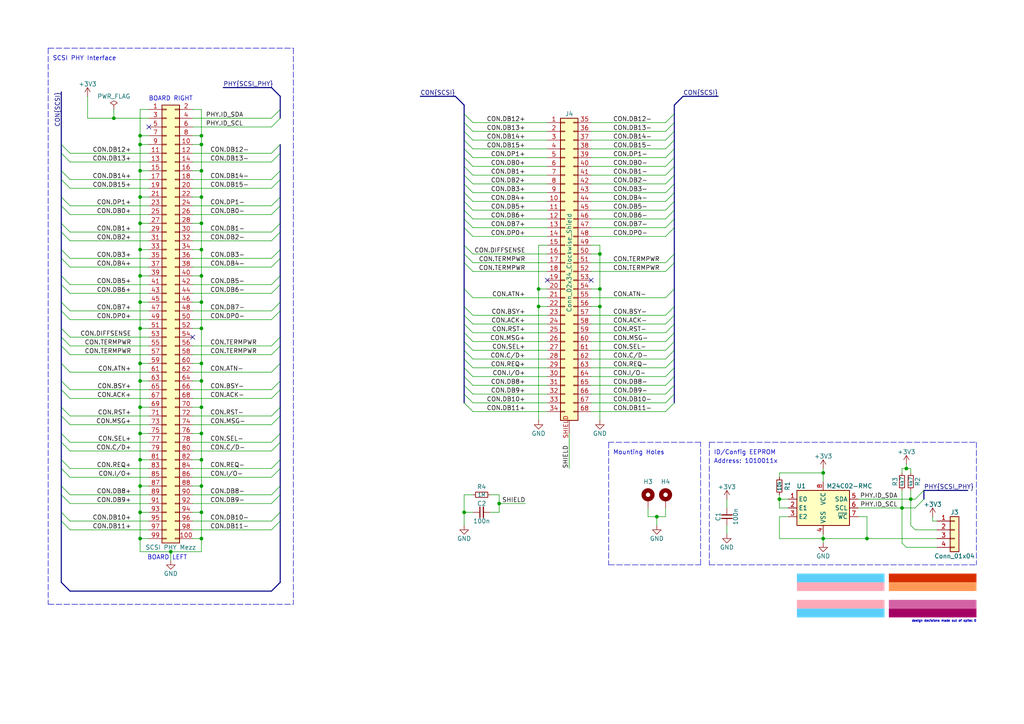
<source format=kicad_sch>
(kicad_sch (version 20231120) (generator "eeschema") (generator_version "8.0")
  (paper "A4")
  (title_block (title "Squishy -  ICD 50") (date "2024-08-22") (rev "1") (company "Shrine Maiden Heavy Industries") (comment 1 "License:  CERN-OHL-S") (comment 2 "© 2024 Aki 'lethalbit' Van Ness, et. al.") (comment 4 "Squishy - SCSI Multitool"))
  (bus_alias "SCSI" (members "DB0+" "DB0-" "DB1+" "DB1-" "DB2+" "DB2-" "DB3+" "DB3-" "DB4+" "DB4-" "DB5+" "DB5-" "DB6+" "DB6-" "DB7+" "DB7-" "DB8+" "DB8-" "DB9+" "DB9-" "DB10+" "DB10-" "DB11+" "DB11-" "DB12+" "DB12-" "DB13+" "DB13-" "DB14+" "DB14-" "DB15+" "DB15-" "DP0+" "DP0-" "DP1+" "DP1-" "ATN+" "ATN-" "BSY+" "BSY-" "ACK+" "ACK-" "RST+" "RST-" "MSG+" "MSG-" "SEL+" "SEL-" "C/D+" "C/D-" "REQ+" "REQ-" "I/O+" "I/O-" "DIFFSENSE" "TERMPWR"))
  (bus_alias "SCSI_PHY" (members "DB[0..15]" "DP[0..1]" "ATN" "BSY" "ACK" "RST" "MSG" "SEL" "C/D" "REQ" "I/O" "ID_SDA" "ID_SCL" "~{PHY_PRSNT}" "TERMPW_EN" "LS_CTRL[0..5]" "DBL_DIR" "DBH_DIR" "INIT_DIR" "TRGT_DIR" "SEL_DIR" "RST_DIR" "BSY_DIR"))
  (junction (at 40.64 87.63))
  (junction (at 40.64 41.91))
  (junction (at 226.06 144.78))
  (junction (at 40.64 133.35))
  (junction (at 58.42 80.01))
  (junction (at 238.76 137.16))
  (junction (at 58.42 64.77))
  (junction (at 58.42 118.11))
  (junction (at 40.64 110.49))
  (junction (at 40.64 148.59))
  (junction (at 156.21 83.82))
  (junction (at 58.42 41.91))
  (junction (at 58.42 133.35))
  (junction (at 40.64 95.25))
  (junction (at 190.5 149.86))
  (junction (at 173.99 83.82))
  (junction (at 261.62 147.32))
  (junction (at 173.99 73.66))
  (junction (at 144.78 146.05))
  (junction (at 58.42 125.73))
  (junction (at 40.64 64.77))
  (junction (at 58.42 87.63))
  (junction (at 40.64 39.37))
  (junction (at 156.21 88.9))
  (junction (at 40.64 156.21))
  (junction (at 58.42 140.97))
  (junction (at 58.42 49.53))
  (junction (at 262.89 135.89))
  (junction (at 58.42 72.39))
  (junction (at 264.16 144.78))
  (junction (at 40.64 140.97))
  (junction (at 40.64 72.39))
  (junction (at 58.42 39.37))
  (junction (at 58.42 110.49))
  (junction (at 40.64 118.11))
  (junction (at 134.62 148.59))
  (junction (at 40.64 57.15))
  (junction (at 251.46 156.21))
  (junction (at 58.42 105.41))
  (junction (at 238.76 156.21))
  (junction (at 58.42 57.15))
  (junction (at 58.42 148.59))
  (junction (at 49.53 160.02))
  (junction (at 40.64 80.01))
  (junction (at 173.99 88.9))
  (junction (at 40.64 125.73))
  (junction (at 58.42 156.21))
  (junction (at 33.02 34.29))
  (junction (at 58.42 95.25))
  (junction (at 40.64 49.53))
  (junction (at 40.64 105.41))
  (no_connect (at 55.88 97.79))
  (no_connect (at 158.75 81.28))
  (no_connect (at 171.45 81.28))
  (no_connect (at 43.18 36.83))
  (bus_entry (at 195.58 99.06) (size -2.54 2.54))
  (bus_entry (at 134.62 99.06) (size 2.54 2.54))
  (bus_entry (at 17.78 44.45) (size 2.54 2.54))
  (bus_entry (at 195.58 96.52) (size -2.54 2.54))
  (bus_entry (at 81.28 82.55) (size -2.54 2.54))
  (bus_entry (at 134.62 66.04) (size 2.54 2.54))
  (bus_entry (at 134.62 60.96) (size 2.54 2.54))
  (bus_entry (at 17.78 135.89) (size 2.54 2.54))
  (bus_entry (at 81.28 80.01) (size -2.54 2.54))
  (bus_entry (at 195.58 76.2) (size -2.54 2.54))
  (bus_entry (at 17.78 74.93) (size 2.54 2.54))
  (bus_entry (at 195.58 66.04) (size -2.54 2.54))
  (bus_entry (at 81.28 100.33) (size -2.54 2.54))
  (bus_entry (at 195.58 53.34) (size -2.54 2.54))
  (bus_entry (at 134.62 106.68) (size 2.54 2.54))
  (bus_entry (at 81.28 64.77) (size -2.54 2.54))
  (bus_entry (at 81.28 135.89) (size -2.54 2.54))
  (bus_entry (at 17.78 95.25) (size 2.54 2.54))
  (bus_entry (at 195.58 83.82) (size -2.54 2.54))
  (bus_entry (at 195.58 73.66) (size -2.54 2.54))
  (bus_entry (at 267.97 144.78) (size -2.54 2.54))
  (bus_entry (at 134.62 71.12) (size 2.54 2.54))
  (bus_entry (at 81.28 97.79) (size -2.54 2.54))
  (bus_entry (at 134.62 88.9) (size 2.54 2.54))
  (bus_entry (at 134.62 58.42) (size 2.54 2.54))
  (bus_entry (at 81.28 128.27) (size -2.54 2.54))
  (bus_entry (at 81.28 118.11) (size -2.54 2.54))
  (bus_entry (at 195.58 114.3) (size -2.54 2.54))
  (bus_entry (at 17.78 125.73) (size 2.54 2.54))
  (bus_entry (at 81.28 110.49) (size -2.54 2.54))
  (bus_entry (at 134.62 111.76) (size 2.54 2.54))
  (bus_entry (at 81.28 143.51) (size -2.54 2.54))
  (bus_entry (at 134.62 83.82) (size 2.54 2.54))
  (bus_entry (at 195.58 50.8) (size -2.54 2.54))
  (bus_entry (at 17.78 140.97) (size 2.54 2.54))
  (bus_entry (at 17.78 49.53) (size 2.54 2.54))
  (bus_entry (at 195.58 91.44) (size -2.54 2.54))
  (bus_entry (at 134.62 91.44) (size 2.54 2.54))
  (bus_entry (at 134.62 116.84) (size 2.54 2.54))
  (bus_entry (at 195.58 35.56) (size -2.54 2.54))
  (bus_entry (at 134.62 40.64) (size 2.54 2.54))
  (bus_entry (at 81.28 125.73) (size -2.54 2.54))
  (bus_entry (at 17.78 118.11) (size 2.54 2.54))
  (bus_entry (at 17.78 64.77) (size 2.54 2.54))
  (bus_entry (at 134.62 96.52) (size 2.54 2.54))
  (bus_entry (at 81.28 52.07) (size -2.54 2.54))
  (bus_entry (at 81.28 74.93) (size -2.54 2.54))
  (bus_entry (at 134.62 35.56) (size 2.54 2.54))
  (bus_entry (at 81.28 90.17) (size -2.54 2.54))
  (bus_entry (at 17.78 87.63) (size 2.54 2.54))
  (bus_entry (at 81.28 87.63) (size -2.54 2.54))
  (bus_entry (at 17.78 82.55) (size 2.54 2.54))
  (bus_entry (at 195.58 104.14) (size -2.54 2.54))
  (bus_entry (at 134.62 53.34) (size 2.54 2.54))
  (bus_entry (at 17.78 148.59) (size 2.54 2.54))
  (bus_entry (at 17.78 57.15) (size 2.54 2.54))
  (bus_entry (at 195.58 106.68) (size -2.54 2.54))
  (bus_entry (at 17.78 59.69) (size 2.54 2.54))
  (bus_entry (at 195.58 116.84) (size -2.54 2.54))
  (bus_entry (at 81.28 44.45) (size -2.54 2.54))
  (bus_entry (at 134.62 73.66) (size 2.54 2.54))
  (bus_entry (at 134.62 93.98) (size 2.54 2.54))
  (bus_entry (at 195.58 45.72) (size -2.54 2.54))
  (bus_entry (at 134.62 101.6) (size 2.54 2.54))
  (bus_entry (at 267.97 142.24) (size -2.54 2.54))
  (bus_entry (at 17.78 90.17) (size 2.54 2.54))
  (bus_entry (at 81.28 59.69) (size -2.54 2.54))
  (bus_entry (at 17.78 113.03) (size 2.54 2.54))
  (bus_entry (at 195.58 38.1) (size -2.54 2.54))
  (bus_entry (at 195.58 33.02) (size -2.54 2.54))
  (bus_entry (at 17.78 105.41) (size 2.54 2.54))
  (bus_entry (at 81.28 113.03) (size -2.54 2.54))
  (bus_entry (at 17.78 52.07) (size 2.54 2.54))
  (bus_entry (at 134.62 43.18) (size 2.54 2.54))
  (bus_entry (at 17.78 110.49) (size 2.54 2.54))
  (bus_entry (at 134.62 38.1) (size 2.54 2.54))
  (bus_entry (at 17.78 72.39) (size 2.54 2.54))
  (bus_entry (at 195.58 88.9) (size -2.54 2.54))
  (bus_entry (at 195.58 58.42) (size -2.54 2.54))
  (bus_entry (at 81.28 120.65) (size -2.54 2.54))
  (bus_entry (at 81.28 34.29) (size -2.54 2.54))
  (bus_entry (at 81.28 57.15) (size -2.54 2.54))
  (bus_entry (at 195.58 111.76) (size -2.54 2.54))
  (bus_entry (at 17.78 80.01) (size 2.54 2.54))
  (bus_entry (at 17.78 41.91) (size 2.54 2.54))
  (bus_entry (at 134.62 104.14) (size 2.54 2.54))
  (bus_entry (at 81.28 41.91) (size -2.54 2.54))
  (bus_entry (at 17.78 151.13) (size 2.54 2.54))
  (bus_entry (at 195.58 43.18) (size -2.54 2.54))
  (bus_entry (at 81.28 31.75) (size -2.54 2.54))
  (bus_entry (at 81.28 151.13) (size -2.54 2.54))
  (bus_entry (at 81.28 72.39) (size -2.54 2.54))
  (bus_entry (at 134.62 63.5) (size 2.54 2.54))
  (bus_entry (at 134.62 114.3) (size 2.54 2.54))
  (bus_entry (at 81.28 148.59) (size -2.54 2.54))
  (bus_entry (at 17.78 97.79) (size 2.54 2.54))
  (bus_entry (at 195.58 101.6) (size -2.54 2.54))
  (bus_entry (at 17.78 100.33) (size 2.54 2.54))
  (bus_entry (at 134.62 48.26) (size 2.54 2.54))
  (bus_entry (at 81.28 49.53) (size -2.54 2.54))
  (bus_entry (at 195.58 109.22) (size -2.54 2.54))
  (bus_entry (at 134.62 50.8) (size 2.54 2.54))
  (bus_entry (at 134.62 76.2) (size 2.54 2.54))
  (bus_entry (at 17.78 120.65) (size 2.54 2.54))
  (bus_entry (at 195.58 48.26) (size -2.54 2.54))
  (bus_entry (at 195.58 60.96) (size -2.54 2.54))
  (bus_entry (at 17.78 67.31) (size 2.54 2.54))
  (bus_entry (at 17.78 128.27) (size 2.54 2.54))
  (bus_entry (at 17.78 133.35) (size 2.54 2.54))
  (bus_entry (at 81.28 105.41) (size -2.54 2.54))
  (bus_entry (at 134.62 45.72) (size 2.54 2.54))
  (bus_entry (at 81.28 67.31) (size -2.54 2.54))
  (bus_entry (at 81.28 140.97) (size -2.54 2.54))
  (bus_entry (at 134.62 55.88) (size 2.54 2.54))
  (bus_entry (at 17.78 143.51) (size 2.54 2.54))
  (bus_entry (at 195.58 93.98) (size -2.54 2.54))
  (bus_entry (at 195.58 55.88) (size -2.54 2.54))
  (bus_entry (at 134.62 109.22) (size 2.54 2.54))
  (bus_entry (at 195.58 63.5) (size -2.54 2.54))
  (bus_entry (at 195.58 40.64) (size -2.54 2.54))
  (bus_entry (at 134.62 33.02) (size 2.54 2.54))
  (bus_entry (at 81.28 133.35) (size -2.54 2.54))
  (bus (pts (xy 195.58 55.88) (xy 195.58 58.42)))
  (bus (pts (xy 195.58 99.06) (xy 195.58 101.6)))
  (wire (pts (xy 20.32 92.71) (xy 43.18 92.71)))
  (wire (pts (xy 20.32 67.31) (xy 43.18 67.31)))
  (bus (pts (xy 195.58 33.02) (xy 195.58 35.56)))
  (wire (pts (xy 20.32 146.05) (xy 43.18 146.05)))
  (wire (pts (xy 55.88 156.21) (xy 58.42 156.21)))
  (wire (pts (xy 137.16 68.58) (xy 158.75 68.58)))
  (wire (pts (xy 137.16 111.76) (xy 158.75 111.76)))
  (wire (pts (xy 20.32 97.79) (xy 43.18 97.79)))
  (wire (pts (xy 55.88 31.75) (xy 58.42 31.75)))
  (bus (pts (xy 195.58 104.14) (xy 195.58 106.68)))
  (wire (pts (xy 78.74 115.57) (xy 55.88 115.57)))
  (wire (pts (xy 78.74 102.87) (xy 55.88 102.87)))
  (wire (pts (xy 55.88 57.15) (xy 58.42 57.15)))
  (bus (pts (xy 81.28 120.65) (xy 81.28 125.73)))
  (bus (pts (xy 134.62 38.1) (xy 134.62 40.64)))
  (wire (pts (xy 20.32 123.19) (xy 43.18 123.19)))
  (wire (pts (xy 58.42 87.63) (xy 58.42 95.25)))
  (wire (pts (xy 134.62 148.59) (xy 137.16 148.59)))
  (wire (pts (xy 137.16 53.34) (xy 158.75 53.34)))
  (wire (pts (xy 137.16 45.72) (xy 158.75 45.72)))
  (bus (pts (xy 81.28 82.55) (xy 81.28 87.63)))
  (wire (pts (xy 78.74 74.93) (xy 55.88 74.93)))
  (polyline (pts (xy 176.53 128.27) (xy 176.53 163.83)) (stroke (width 0) (type dash)))
  (bus (pts (xy 17.78 95.25) (xy 17.78 97.79)))
  (wire (pts (xy 226.06 143.51) (xy 226.06 144.78)))
  (wire (pts (xy 171.45 63.5) (xy 193.04 63.5)))
  (bus (pts (xy 134.62 109.22) (xy 134.62 111.76)))
  (bus (pts (xy 81.28 97.79) (xy 81.28 100.33)))
  (wire (pts (xy 134.62 143.51) (xy 137.16 143.51)))
  (wire (pts (xy 20.32 62.23) (xy 43.18 62.23)))
  (wire (pts (xy 251.46 149.86) (xy 251.46 156.21)))
  (wire (pts (xy 264.16 142.24) (xy 264.16 144.78)))
  (wire (pts (xy 55.88 110.49) (xy 58.42 110.49)))
  (wire (pts (xy 49.53 160.02) (xy 49.53 162.56)))
  (wire (pts (xy 55.88 41.91) (xy 58.42 41.91)))
  (wire (pts (xy 156.21 83.82) (xy 156.21 88.9)))
  (wire (pts (xy 78.74 113.03) (xy 55.88 113.03)))
  (wire (pts (xy 78.74 153.67) (xy 55.88 153.67)))
  (wire (pts (xy 78.74 62.23) (xy 55.88 62.23)))
  (bus (pts (xy 195.58 96.52) (xy 195.58 99.06)))
  (wire (pts (xy 137.16 43.18) (xy 158.75 43.18)))
  (wire (pts (xy 25.4 27.94) (xy 25.4 34.29)))
  (wire (pts (xy 43.18 57.15) (xy 40.64 57.15)))
  (bus (pts (xy 81.28 100.33) (xy 81.28 105.41)))
  (bus (pts (xy 20.32 171.45) (xy 78.74 171.45)))
  (bus (pts (xy 195.58 48.26) (xy 195.58 50.8)))
  (bus (pts (xy 17.78 133.35) (xy 17.78 135.89)))
  (wire (pts (xy 33.02 34.29) (xy 43.18 34.29)))
  (bus (pts (xy 81.28 118.11) (xy 81.28 120.65)))
  (wire (pts (xy 40.64 64.77) (xy 40.64 72.39)))
  (wire (pts (xy 270.51 151.13) (xy 271.78 151.13)))
  (wire (pts (xy 270.51 149.86) (xy 270.51 151.13)))
  (wire (pts (xy 20.32 69.85) (xy 43.18 69.85)))
  (wire (pts (xy 58.42 41.91) (xy 58.42 49.53)))
  (wire (pts (xy 171.45 101.6) (xy 193.04 101.6)))
  (wire (pts (xy 171.45 38.1) (xy 193.04 38.1)))
  (bus (pts (xy 134.62 73.66) (xy 134.62 76.2)))
  (wire (pts (xy 78.74 67.31) (xy 55.88 67.31)))
  (bus (pts (xy 17.78 120.65) (xy 17.78 125.73)))
  (bus (pts (xy 81.28 128.27) (xy 81.28 133.35)))
  (wire (pts (xy 171.45 45.72) (xy 193.04 45.72)))
  (wire (pts (xy 40.64 49.53) (xy 40.64 57.15)))
  (wire (pts (xy 171.45 109.22) (xy 193.04 109.22)))
  (bus (pts (xy 81.28 64.77) (xy 81.28 67.31)))
  (wire (pts (xy 265.43 153.67) (xy 264.16 152.4)))
  (wire (pts (xy 171.45 50.8) (xy 193.04 50.8)))
  (bus (pts (xy 134.62 99.06) (xy 134.62 101.6)))
  (wire (pts (xy 171.45 66.04) (xy 193.04 66.04)))
  (wire (pts (xy 193.04 76.2) (xy 171.45 76.2)))
  (wire (pts (xy 40.64 160.02) (xy 49.53 160.02)))
  (wire (pts (xy 20.32 77.47) (xy 43.18 77.47)))
  (wire (pts (xy 40.64 72.39) (xy 40.64 80.01)))
  (bus (pts (xy 81.28 59.69) (xy 81.28 64.77)))
  (wire (pts (xy 171.45 71.12) (xy 173.99 71.12)))
  (bus (pts (xy 81.28 49.53) (xy 81.28 52.07)))
  (wire (pts (xy 171.45 68.58) (xy 193.04 68.58)))
  (wire (pts (xy 25.4 34.29) (xy 33.02 34.29)))
  (wire (pts (xy 137.16 104.14) (xy 158.75 104.14)))
  (wire (pts (xy 58.42 80.01) (xy 58.42 87.63)))
  (wire (pts (xy 43.18 95.25) (xy 40.64 95.25)))
  (bus (pts (xy 134.62 76.2) (xy 134.62 83.82)))
  (wire (pts (xy 137.16 50.8) (xy 158.75 50.8)))
  (wire (pts (xy 171.45 99.06) (xy 193.04 99.06)))
  (bus (pts (xy 134.62 35.56) (xy 134.62 38.1)))
  (wire (pts (xy 137.16 106.68) (xy 158.75 106.68)))
  (bus (pts (xy 17.78 105.41) (xy 17.78 110.49)))
  (bus (pts (xy 81.28 27.94) (xy 81.28 31.75)))
  (wire (pts (xy 226.06 149.86) (xy 226.06 156.21)))
  (wire (pts (xy 78.74 77.47) (xy 55.88 77.47)))
  (wire (pts (xy 78.74 85.09) (xy 55.88 85.09)))
  (wire (pts (xy 40.64 41.91) (xy 40.64 49.53)))
  (bus (pts (xy 17.78 118.11) (xy 17.78 120.65)))
  (wire (pts (xy 171.45 35.56) (xy 193.04 35.56)))
  (wire (pts (xy 78.74 90.17) (xy 55.88 90.17)))
  (wire (pts (xy 33.02 31.75) (xy 33.02 34.29)))
  (bus (pts (xy 17.78 110.49) (xy 17.78 113.03)))
  (wire (pts (xy 262.89 135.89) (xy 264.16 135.89)))
  (wire (pts (xy 55.88 87.63) (xy 58.42 87.63)))
  (wire (pts (xy 55.88 125.73) (xy 58.42 125.73)))
  (bus (pts (xy 81.28 31.75) (xy 81.28 34.29)))
  (wire (pts (xy 137.16 48.26) (xy 158.75 48.26)))
  (wire (pts (xy 187.96 147.32) (xy 187.96 149.86)))
  (wire (pts (xy 226.06 144.78) (xy 228.6 144.78)))
  (wire (pts (xy 173.99 88.9) (xy 173.99 121.92)))
  (wire (pts (xy 55.88 72.39) (xy 58.42 72.39)))
  (bus (pts (xy 195.58 114.3) (xy 195.58 116.84)))
  (bus (pts (xy 134.62 88.9) (xy 134.62 91.44)))
  (bus (pts (xy 267.97 142.24) (xy 280.67 142.24)))
  (wire (pts (xy 262.89 134.62) (xy 262.89 135.89)))
  (wire (pts (xy 58.42 49.53) (xy 58.42 57.15)))
  (wire (pts (xy 251.46 156.21) (xy 271.78 156.21)))
  (wire (pts (xy 43.18 64.77) (xy 40.64 64.77)))
  (bus (pts (xy 17.78 135.89) (xy 17.78 140.97)))
  (wire (pts (xy 271.78 153.67) (xy 265.43 153.67)))
  (bus (pts (xy 121.92 27.94) (xy 132.08 27.94)))
  (wire (pts (xy 78.74 120.65) (xy 55.88 120.65)))
  (wire (pts (xy 171.45 116.84) (xy 193.04 116.84)))
  (wire (pts (xy 193.04 78.74) (xy 171.45 78.74)))
  (wire (pts (xy 58.42 95.25) (xy 58.42 105.41)))
  (polyline (pts (xy 13.97 13.97) (xy 13.97 175.26)) (stroke (width 0) (type dash)))
  (wire (pts (xy 137.16 60.96) (xy 158.75 60.96)))
  (wire (pts (xy 43.18 110.49) (xy 40.64 110.49)))
  (wire (pts (xy 78.74 128.27) (xy 55.88 128.27)))
  (bus (pts (xy 195.58 93.98) (xy 195.58 96.52)))
  (bus (pts (xy 81.28 80.01) (xy 81.28 82.55)))
  (wire (pts (xy 58.42 156.21) (xy 58.42 160.02)))
  (wire (pts (xy 171.45 43.18) (xy 193.04 43.18)))
  (polyline (pts (xy 85.09 13.97) (xy 85.09 175.26)) (stroke (width 0) (type dash)))
  (bus (pts (xy 17.78 49.53) (xy 17.78 52.07)))
  (wire (pts (xy 55.88 118.11) (xy 58.42 118.11)))
  (wire (pts (xy 78.74 46.99) (xy 55.88 46.99)))
  (wire (pts (xy 171.45 48.26) (xy 193.04 48.26)))
  (wire (pts (xy 40.64 110.49) (xy 40.64 118.11)))
  (wire (pts (xy 20.32 128.27) (xy 43.18 128.27)))
  (wire (pts (xy 55.88 36.83) (xy 78.74 36.83)))
  (bus (pts (xy 134.62 58.42) (xy 134.62 60.96)))
  (wire (pts (xy 171.45 55.88) (xy 193.04 55.88)))
  (wire (pts (xy 137.16 86.36) (xy 158.75 86.36)))
  (wire (pts (xy 20.32 113.03) (xy 43.18 113.03)))
  (wire (pts (xy 142.24 148.59) (xy 144.78 148.59)))
  (wire (pts (xy 55.88 105.41) (xy 58.42 105.41)))
  (wire (pts (xy 171.45 114.3) (xy 193.04 114.3)))
  (wire (pts (xy 137.16 114.3) (xy 158.75 114.3)))
  (wire (pts (xy 55.88 39.37) (xy 58.42 39.37)))
  (wire (pts (xy 134.62 148.59) (xy 134.62 152.4)))
  (bus (pts (xy 134.62 91.44) (xy 134.62 93.98)))
  (wire (pts (xy 171.45 53.34) (xy 193.04 53.34)))
  (wire (pts (xy 40.64 133.35) (xy 40.64 140.97)))
  (wire (pts (xy 137.16 73.66) (xy 158.75 73.66)))
  (wire (pts (xy 55.88 80.01) (xy 58.42 80.01)))
  (bus (pts (xy 195.58 76.2) (xy 195.58 83.82)))
  (wire (pts (xy 20.32 85.09) (xy 43.18 85.09)))
  (wire (pts (xy 173.99 83.82) (xy 173.99 88.9)))
  (wire (pts (xy 261.62 147.32) (xy 265.43 147.32)))
  (wire (pts (xy 58.42 140.97) (xy 58.42 148.59)))
  (wire (pts (xy 43.18 72.39) (xy 40.64 72.39)))
  (wire (pts (xy 171.45 73.66) (xy 173.99 73.66)))
  (bus (pts (xy 134.62 106.68) (xy 134.62 109.22)))
  (wire (pts (xy 40.64 31.75) (xy 40.64 39.37)))
  (bus (pts (xy 81.28 67.31) (xy 81.28 72.39)))
  (polyline (pts (xy 203.2 163.83) (xy 203.2 128.27)) (stroke (width 0) (type dash)))
  (wire (pts (xy 156.21 83.82) (xy 158.75 83.82)))
  (wire (pts (xy 156.21 88.9) (xy 158.75 88.9)))
  (bus (pts (xy 134.62 114.3) (xy 134.62 116.84)))
  (bus (pts (xy 134.62 111.76) (xy 134.62 114.3)))
  (wire (pts (xy 43.18 125.73) (xy 40.64 125.73)))
  (wire (pts (xy 137.16 101.6) (xy 158.75 101.6)))
  (bus (pts (xy 134.62 53.34) (xy 134.62 55.88)))
  (wire (pts (xy 137.16 66.04) (xy 158.75 66.04)))
  (wire (pts (xy 137.16 96.52) (xy 158.75 96.52)))
  (wire (pts (xy 55.88 133.35) (xy 58.42 133.35)))
  (bus (pts (xy 17.78 140.97) (xy 17.78 143.51)))
  (bus (pts (xy 17.78 148.59) (xy 17.78 151.13)))
  (wire (pts (xy 171.45 40.64) (xy 193.04 40.64)))
  (bus (pts (xy 81.28 135.89) (xy 81.28 140.97)))
  (wire (pts (xy 20.32 120.65) (xy 43.18 120.65)))
  (bus (pts (xy 195.58 50.8) (xy 195.58 53.34)))
  (wire (pts (xy 137.16 93.98) (xy 158.75 93.98)))
  (bus (pts (xy 195.58 66.04) (xy 195.58 73.66)))
  (wire (pts (xy 55.88 148.59) (xy 58.42 148.59)))
  (wire (pts (xy 210.82 152.4) (xy 210.82 154.94)))
  (polyline (pts (xy 205.74 163.83) (xy 283.21 163.83)) (stroke (width 0) (type dash)))
  (polyline (pts (xy 13.97 175.26) (xy 85.09 175.26)) (stroke (width 0) (type dash)))
  (bus (pts (xy 195.58 109.22) (xy 195.58 111.76)))
  (wire (pts (xy 171.45 96.52) (xy 193.04 96.52)))
  (bus (pts (xy 17.78 168.91) (xy 20.32 171.45)))
  (polyline (pts (xy 176.53 163.83) (xy 203.2 163.83)) (stroke (width 0) (type dash)))
  (wire (pts (xy 171.45 86.36) (xy 193.04 86.36)))
  (bus (pts (xy 134.62 30.48) (xy 134.62 33.02)))
  (wire (pts (xy 171.45 93.98) (xy 193.04 93.98)))
  (polyline (pts (xy 13.97 13.97) (xy 85.09 13.97)) (stroke (width 0) (type dash)))
  (wire (pts (xy 20.32 153.67) (xy 43.18 153.67)))
  (bus (pts (xy 134.62 83.82) (xy 134.62 88.9)))
  (bus (pts (xy 17.78 64.77) (xy 17.78 67.31)))
  (polyline (pts (xy 205.74 128.27) (xy 283.21 128.27)) (stroke (width 0) (type dash)))
  (wire (pts (xy 43.18 80.01) (xy 40.64 80.01)))
  (wire (pts (xy 20.32 135.89) (xy 43.18 135.89)))
  (wire (pts (xy 226.06 156.21) (xy 238.76 156.21)))
  (wire (pts (xy 78.74 138.43) (xy 55.88 138.43)))
  (bus (pts (xy 17.78 100.33) (xy 17.78 105.41)))
  (bus (pts (xy 17.78 72.39) (xy 17.78 74.93)))
  (wire (pts (xy 271.78 158.75) (xy 262.89 158.75)))
  (wire (pts (xy 261.62 135.89) (xy 261.62 137.16)))
  (bus (pts (xy 195.58 91.44) (xy 195.58 93.98)))
  (wire (pts (xy 20.32 100.33) (xy 43.18 100.33)))
  (bus (pts (xy 81.28 72.39) (xy 81.28 74.93)))
  (bus (pts (xy 17.78 82.55) (xy 17.78 87.63)))
  (bus (pts (xy 17.78 44.45) (xy 17.78 49.53)))
  (wire (pts (xy 171.45 83.82) (xy 173.99 83.82)))
  (bus (pts (xy 17.78 90.17) (xy 17.78 95.25)))
  (bus (pts (xy 17.78 52.07) (xy 17.78 57.15)))
  (bus (pts (xy 267.97 144.78) (xy 267.97 142.24)))
  (bus (pts (xy 81.28 87.63) (xy 81.28 90.17)))
  (wire (pts (xy 55.88 34.29) (xy 78.74 34.29)))
  (wire (pts (xy 134.62 143.51) (xy 134.62 148.59)))
  (bus (pts (xy 17.78 97.79) (xy 17.78 100.33)))
  (wire (pts (xy 40.64 80.01) (xy 40.64 87.63)))
  (bus (pts (xy 81.28 41.91) (xy 81.28 44.45)))
  (bus (pts (xy 17.78 87.63) (xy 17.78 90.17)))
  (bus (pts (xy 134.62 66.04) (xy 134.62 71.12)))
  (wire (pts (xy 137.16 78.74) (xy 158.75 78.74)))
  (wire (pts (xy 137.16 63.5) (xy 158.75 63.5)))
  (bus (pts (xy 78.74 171.45) (xy 81.28 168.91)))
  (bus (pts (xy 134.62 43.18) (xy 134.62 45.72)))
  (bus (pts (xy 81.28 57.15) (xy 81.28 59.69)))
  (bus (pts (xy 134.62 104.14) (xy 134.62 106.68)))
  (wire (pts (xy 171.45 104.14) (xy 193.04 104.14)))
  (bus (pts (xy 195.58 38.1) (xy 195.58 40.64)))
  (bus (pts (xy 17.78 113.03) (xy 17.78 118.11)))
  (wire (pts (xy 78.74 92.71) (xy 55.88 92.71)))
  (wire (pts (xy 142.24 143.51) (xy 144.78 143.51)))
  (wire (pts (xy 58.42 57.15) (xy 58.42 64.77)))
  (wire (pts (xy 55.88 140.97) (xy 58.42 140.97)))
  (bus (pts (xy 78.74 25.4) (xy 81.28 27.94)))
  (wire (pts (xy 171.45 111.76) (xy 193.04 111.76)))
  (wire (pts (xy 58.42 31.75) (xy 58.42 39.37)))
  (bus (pts (xy 81.28 90.17) (xy 81.28 97.79)))
  (bus (pts (xy 134.62 60.96) (xy 134.62 63.5)))
  (wire (pts (xy 20.32 138.43) (xy 43.18 138.43)))
  (wire (pts (xy 173.99 71.12) (xy 173.99 73.66)))
  (wire (pts (xy 137.16 116.84) (xy 158.75 116.84)))
  (wire (pts (xy 20.32 82.55) (xy 43.18 82.55)))
  (wire (pts (xy 58.42 118.11) (xy 58.42 125.73)))
  (wire (pts (xy 40.64 118.11) (xy 40.64 125.73)))
  (wire (pts (xy 137.16 76.2) (xy 158.75 76.2)))
  (bus (pts (xy 134.62 96.52) (xy 134.62 99.06)))
  (wire (pts (xy 40.64 156.21) (xy 40.64 160.02)))
  (wire (pts (xy 238.76 154.94) (xy 238.76 156.21)))
  (wire (pts (xy 20.32 115.57) (xy 43.18 115.57)))
  (wire (pts (xy 55.88 95.25) (xy 58.42 95.25)))
  (bus (pts (xy 195.58 40.64) (xy 195.58 43.18)))
  (bus (pts (xy 17.78 41.91) (xy 17.78 44.45)))
  (wire (pts (xy 264.16 144.78) (xy 264.16 152.4)))
  (bus (pts (xy 134.62 101.6) (xy 134.62 104.14)))
  (wire (pts (xy 137.16 40.64) (xy 158.75 40.64)))
  (wire (pts (xy 156.21 71.12) (xy 156.21 83.82)))
  (wire (pts (xy 78.74 59.69) (xy 55.88 59.69)))
  (wire (pts (xy 264.16 135.89) (xy 264.16 137.16)))
  (wire (pts (xy 78.74 146.05) (xy 55.88 146.05)))
  (wire (pts (xy 78.74 130.81) (xy 55.88 130.81)))
  (wire (pts (xy 78.74 151.13) (xy 55.88 151.13)))
  (bus (pts (xy 81.28 125.73) (xy 81.28 128.27)))
  (wire (pts (xy 40.64 148.59) (xy 40.64 156.21)))
  (bus (pts (xy 195.58 111.76) (xy 195.58 114.3)))
  (wire (pts (xy 193.04 147.32) (xy 193.04 149.86)))
  (bus (pts (xy 134.62 63.5) (xy 134.62 66.04)))
  (wire (pts (xy 171.45 106.68) (xy 193.04 106.68)))
  (wire (pts (xy 58.42 148.59) (xy 58.42 156.21)))
  (wire (pts (xy 226.06 137.16) (xy 226.06 138.43)))
  (wire (pts (xy 43.18 87.63) (xy 40.64 87.63)))
  (bus (pts (xy 134.62 50.8) (xy 134.62 53.34)))
  (wire (pts (xy 238.76 135.89) (xy 238.76 137.16)))
  (wire (pts (xy 40.64 140.97) (xy 40.64 148.59)))
  (wire (pts (xy 78.74 69.85) (xy 55.88 69.85)))
  (bus (pts (xy 134.62 40.64) (xy 134.62 43.18)))
  (wire (pts (xy 20.32 54.61) (xy 43.18 54.61)))
  (wire (pts (xy 171.45 58.42) (xy 193.04 58.42)))
  (bus (pts (xy 81.28 110.49) (xy 81.28 113.03)))
  (bus (pts (xy 195.58 43.18) (xy 195.58 45.72)))
  (bus (pts (xy 132.08 27.94) (xy 134.62 30.48)))
  (wire (pts (xy 190.5 149.86) (xy 193.04 149.86)))
  (wire (pts (xy 58.42 39.37) (xy 58.42 41.91)))
  (wire (pts (xy 248.92 147.32) (xy 261.62 147.32)))
  (wire (pts (xy 78.74 123.19) (xy 55.88 123.19)))
  (bus (pts (xy 81.28 151.13) (xy 81.28 168.91)))
  (wire (pts (xy 20.32 90.17) (xy 43.18 90.17)))
  (wire (pts (xy 20.32 74.93) (xy 43.18 74.93)))
  (wire (pts (xy 43.18 31.75) (xy 40.64 31.75)))
  (bus (pts (xy 195.58 73.66) (xy 195.58 76.2)))
  (wire (pts (xy 137.16 119.38) (xy 158.75 119.38)))
  (wire (pts (xy 261.62 142.24) (xy 261.62 147.32)))
  (wire (pts (xy 58.42 72.39) (xy 58.42 80.01)))
  (wire (pts (xy 40.64 105.41) (xy 43.18 105.41)))
  (wire (pts (xy 78.74 143.51) (xy 55.88 143.51)))
  (wire (pts (xy 190.5 149.86) (xy 190.5 152.4)))
  (wire (pts (xy 40.64 125.73) (xy 40.64 133.35)))
  (wire (pts (xy 137.16 55.88) (xy 158.75 55.88)))
  (wire (pts (xy 40.64 156.21) (xy 43.18 156.21)))
  (wire (pts (xy 171.45 91.44) (xy 193.04 91.44)))
  (bus (pts (xy 17.78 125.73) (xy 17.78 128.27)))
  (bus (pts (xy 81.28 44.45) (xy 81.28 49.53)))
  (wire (pts (xy 226.06 147.32) (xy 228.6 147.32)))
  (bus (pts (xy 17.78 57.15) (xy 17.78 59.69)))
  (bus (pts (xy 134.62 33.02) (xy 134.62 35.56)))
  (wire (pts (xy 43.18 118.11) (xy 40.64 118.11)))
  (wire (pts (xy 262.89 158.75) (xy 261.62 157.48)))
  (wire (pts (xy 261.62 135.89) (xy 262.89 135.89)))
  (bus (pts (xy 81.28 133.35) (xy 81.28 135.89)))
  (wire (pts (xy 78.74 44.45) (xy 55.88 44.45)))
  (wire (pts (xy 20.32 102.87) (xy 43.18 102.87)))
  (wire (pts (xy 226.06 149.86) (xy 228.6 149.86)))
  (wire (pts (xy 137.16 58.42) (xy 158.75 58.42)))
  (wire (pts (xy 78.74 100.33) (xy 55.88 100.33)))
  (wire (pts (xy 158.75 71.12) (xy 156.21 71.12)))
  (wire (pts (xy 171.45 119.38) (xy 193.04 119.38)))
  (bus (pts (xy 17.78 26.67) (xy 17.78 41.91)))
  (bus (pts (xy 195.58 60.96) (xy 195.58 63.5)))
  (bus (pts (xy 208.28 27.94) (xy 198.12 27.94)))
  (wire (pts (xy 20.32 46.99) (xy 43.18 46.99)))
  (wire (pts (xy 43.18 41.91) (xy 40.64 41.91)))
  (wire (pts (xy 165.1 125.73) (xy 165.1 135.89)))
  (wire (pts (xy 144.78 146.05) (xy 144.78 148.59)))
  (bus (pts (xy 17.78 67.31) (xy 17.78 72.39)))
  (wire (pts (xy 20.32 143.51) (xy 43.18 143.51)))
  (bus (pts (xy 195.58 63.5) (xy 195.58 66.04)))
  (wire (pts (xy 238.76 156.21) (xy 251.46 156.21)))
  (wire (pts (xy 58.42 133.35) (xy 58.42 140.97)))
  (wire (pts (xy 238.76 156.21) (xy 238.76 157.48)))
  (wire (pts (xy 40.64 148.59) (xy 43.18 148.59)))
  (wire (pts (xy 156.21 88.9) (xy 156.21 121.92)))
  (bus (pts (xy 17.78 74.93) (xy 17.78 80.01)))
  (bus (pts (xy 81.28 148.59) (xy 81.28 151.13)))
  (bus (pts (xy 17.78 151.13) (xy 17.78 168.91)))
  (wire (pts (xy 226.06 137.16) (xy 238.76 137.16)))
  (bus (pts (xy 81.28 52.07) (xy 81.28 57.15)))
  (wire (pts (xy 137.16 91.44) (xy 158.75 91.44)))
  (wire (pts (xy 40.64 105.41) (xy 40.64 110.49)))
  (polyline (pts (xy 205.74 128.27) (xy 205.74 163.83)) (stroke (width 0) (type dash)))
  (wire (pts (xy 171.45 60.96) (xy 193.04 60.96)))
  (bus (pts (xy 195.58 83.82) (xy 195.58 88.9)))
  (wire (pts (xy 20.32 44.45) (xy 43.18 44.45)))
  (wire (pts (xy 40.64 39.37) (xy 40.64 41.91)))
  (wire (pts (xy 137.16 109.22) (xy 158.75 109.22)))
  (wire (pts (xy 58.42 110.49) (xy 58.42 118.11)))
  (wire (pts (xy 261.62 147.32) (xy 261.62 157.48)))
  (bus (pts (xy 134.62 93.98) (xy 134.62 96.52)))
  (bus (pts (xy 17.78 80.01) (xy 17.78 82.55)))
  (wire (pts (xy 264.16 144.78) (xy 265.43 144.78)))
  (bus (pts (xy 134.62 45.72) (xy 134.62 48.26)))
  (polyline (pts (xy 283.21 128.27) (xy 283.21 163.83)) (stroke (width 0) (type dash)))
  (wire (pts (xy 58.42 64.77) (xy 58.42 72.39)))
  (wire (pts (xy 55.88 49.53) (xy 58.42 49.53)))
  (wire (pts (xy 173.99 73.66) (xy 173.99 83.82)))
  (wire (pts (xy 40.64 95.25) (xy 40.64 105.41)))
  (wire (pts (xy 248.92 144.78) (xy 264.16 144.78)))
  (wire (pts (xy 43.18 49.53) (xy 40.64 49.53)))
  (wire (pts (xy 137.16 35.56) (xy 158.75 35.56)))
  (wire (pts (xy 40.64 39.37) (xy 43.18 39.37)))
  (wire (pts (xy 78.74 107.95) (xy 55.88 107.95)))
  (wire (pts (xy 187.96 149.86) (xy 190.5 149.86)))
  (wire (pts (xy 226.06 144.78) (xy 226.06 147.32)))
  (wire (pts (xy 78.74 54.61) (xy 55.88 54.61)))
  (bus (pts (xy 195.58 106.68) (xy 195.58 109.22)))
  (bus (pts (xy 198.12 27.94) (xy 195.58 30.48)))
  (bus (pts (xy 195.58 30.48) (xy 195.58 33.02)))
  (bus (pts (xy 81.28 74.93) (xy 81.28 80.01)))
  (wire (pts (xy 20.32 59.69) (xy 43.18 59.69)))
  (bus (pts (xy 81.28 140.97) (xy 81.28 143.51)))
  (wire (pts (xy 171.45 88.9) (xy 173.99 88.9)))
  (bus (pts (xy 195.58 58.42) (xy 195.58 60.96)))
  (bus (pts (xy 81.28 143.51) (xy 81.28 148.59)))
  (wire (pts (xy 43.18 133.35) (xy 40.64 133.35)))
  (wire (pts (xy 20.32 107.95) (xy 43.18 107.95)))
  (bus (pts (xy 195.58 45.72) (xy 195.58 48.26)))
  (wire (pts (xy 137.16 99.06) (xy 158.75 99.06)))
  (wire (pts (xy 20.32 52.07) (xy 43.18 52.07)))
  (bus (pts (xy 195.58 88.9) (xy 195.58 91.44)))
  (wire (pts (xy 20.32 151.13) (xy 43.18 151.13)))
  (bus (pts (xy 64.77 25.4) (xy 78.74 25.4)))
  (wire (pts (xy 40.64 87.63) (xy 40.64 95.25)))
  (wire (pts (xy 248.92 149.86) (xy 251.46 149.86)))
  (wire (pts (xy 78.74 82.55) (xy 55.88 82.55)))
  (wire (pts (xy 20.32 130.81) (xy 43.18 130.81)))
  (bus (pts (xy 195.58 53.34) (xy 195.58 55.88)))
  (wire (pts (xy 43.18 140.97) (xy 40.64 140.97)))
  (bus (pts (xy 17.78 143.51) (xy 17.78 148.59)))
  (wire (pts (xy 40.64 57.15) (xy 40.64 64.77)))
  (wire (pts (xy 210.82 147.32) (xy 210.82 144.78)))
  (wire (pts (xy 78.74 135.89) (xy 55.88 135.89)))
  (wire (pts (xy 144.78 143.51) (xy 144.78 146.05)))
  (bus (pts (xy 81.28 113.03) (xy 81.28 118.11)))
  (bus (pts (xy 134.62 55.88) (xy 134.62 58.42)))
  (bus (pts (xy 134.62 71.12) (xy 134.62 73.66)))
  (wire (pts (xy 58.42 125.73) (xy 58.42 133.35)))
  (wire (pts (xy 49.53 160.02) (xy 58.42 160.02)))
  (bus (pts (xy 17.78 128.27) (xy 17.78 133.35)))
  (bus (pts (xy 134.62 48.26) (xy 134.62 50.8)))
  (wire (pts (xy 55.88 64.77) (xy 58.42 64.77)))
  (bus (pts (xy 195.58 35.56) (xy 195.58 38.1)))
  (wire (pts (xy 238.76 137.16) (xy 238.76 139.7)))
  (wire (pts (xy 78.74 52.07) (xy 55.88 52.07)))
  (polyline (pts (xy 203.2 128.27) (xy 176.53 128.27)) (stroke (width 0) (type dash)))
  (wire (pts (xy 137.16 38.1) (xy 158.75 38.1)))
  (bus (pts (xy 195.58 101.6) (xy 195.58 104.14)))
  (bus (pts (xy 81.28 105.41) (xy 81.28 110.49)))
  (wire (pts (xy 58.42 105.41) (xy 58.42 110.49)))
  (bus (pts (xy 17.78 59.69) (xy 17.78 64.77)))
  (wire (pts (xy 144.78 146.05) (xy 152.4 146.05)))
  (text "Address: 1010011x" (at 207.01 133.858 0) (effects (font (size 1.27 1.27)) (justify left)))
  (text "Mounting Holes\n" (at 177.8 132.08 0) (effects (font (size 1.27 1.27)) (justify left bottom)))
  (text "BOARD RIGHT" (at 49.53 28.702 0) (effects (font (size 1.27 1.27))))
  (text "BOARD LEFT" (at 48.514 161.798 0) (effects (font (size 1.27 1.27))))
  (text "ID/Config EEPROM" (at 207.01 132.08 0) (effects (font (size 1.27 1.27)) (justify left bottom)))
  (text "SCSI PHY Interface" (at 15.24 17.78 0) (effects (font (size 1.27 1.27)) (justify left bottom)))
  (text "design decisions made out of spite: 0" (at 264.414 180.594 0) (effects (font (size 0.635 0.635)) (justify left bottom)))
  (label "CON.DP1-" (at 60.96 59.69 0))
  (label "CON.DB9-" (at 60.96 146.05 0))
  (label "CON.DB13-" (at 60.96 46.99 0))
  (label "CON.DB0+" (at 38.1 62.23 180))
  (label "CON.DB11-" (at 177.8 119.38 0))
  (label "SHIELD" (at 152.4 146.05 180))
  (label "CON.DB11+" (at 152.4 119.38 180))
  (label "CON.DB15+" (at 152.4 43.18 180))
  (label "CON.DB11-" (at 60.96 153.67 0))
  (label "CON.DIFFSENSE" (at 38.1 97.79 180))
  (label "CON.REQ-" (at 177.8 106.68 0))
  (label "CON.DB15+" (at 38.1 54.61 180))
  (label "CON.DIFFSENSE" (at 152.4 73.66 180))
  (label "CON.DB11+" (at 38.1 153.67 180))
  (label "CON.DB13-" (at 177.8 38.1 0))
  (label "CON.SEL-" (at 60.96 128.27 0))
  (label "CON.DB10-" (at 60.96 151.13 0))
  (label "CON.RST-" (at 177.8 96.52 0))
  (label "CON.I{slash}O-" (at 60.96 138.43 0))
  (label "CON.TERMPWR" (at 177.8 78.74 0))
  (label "CON.DB3-" (at 60.96 74.93 0))
  (label "CON.REQ+" (at 38.1 135.89 180))
  (label "CON.ATN+" (at 38.1 107.95 180))
  (label "PHY{SCSI_PHY}" (at 64.77 25.4 0))
  (label "CON.BSY-" (at 60.96 113.03 0))
  (label "CON.DB3-" (at 177.8 55.88 0))
  (label "CON.SEL+" (at 152.4 101.6 180))
  (label "CON.BSY+" (at 38.1 113.03 180))
  (label "CON.ACK+" (at 152.4 93.98 180))
  (label "CON.ACK-" (at 60.96 115.57 0))
  (label "CON.SEL-" (at 177.8 101.6 0))
  (label "CON.DP0-" (at 177.8 68.58 0))
  (label "CON.DB9-" (at 177.8 114.3 0))
  (label "CON.DB14-" (at 60.96 52.07 0))
  (label "CON.I{slash}O+" (at 152.4 109.22 180))
  (label "CON.DB4-" (at 60.96 77.47 0))
  (label "CON.REQ-" (at 60.96 135.89 0))
  (label "CON.DB10+" (at 38.1 151.13 180))
  (label "CON.DB1-" (at 177.8 50.8 0))
  (label "CON.ATN-" (at 60.96 107.95 0))
  (label "CON.DB7-" (at 177.8 66.04 0))
  (label "CON.DB12+" (at 152.4 35.56 180))
  (label "PHY{SCSI_PHY}" (at 267.97 142.24 0))
  (label "CON.DB4-" (at 177.8 58.42 0))
  (label "CON.DB2-" (at 60.96 69.85 0))
  (label "CON.DP0-" (at 60.96 92.71 0))
  (label "CON.MSG-" (at 60.96 123.19 0))
  (label "CON.BSY+" (at 152.4 91.44 180))
  (label "CON.DB12+" (at 38.1 44.45 180))
  (label "CON.DB5+" (at 38.1 82.55 180))
  (label "CON.DB7+" (at 152.4 66.04 180))
  (label "CON.DB15-" (at 60.96 54.61 0))
  (label "CON.DB8-" (at 60.96 143.51 0))
  (label "PHY.ID_SDA" (at 59.69 34.29 0))
  (label "CON.DB13+" (at 38.1 46.99 180))
  (label "CON.I{slash}O-" (at 177.8 109.22 0))
  (label "CON.DB8-" (at 177.8 111.76 0))
  (label "CON.RST-" (at 60.96 120.65 0))
  (label "CON.ACK-" (at 177.8 93.98 0))
  (label "CON.DB1+" (at 152.4 50.8 180))
  (label "CON.DB0+" (at 152.4 48.26 180))
  (label "CON.DB2-" (at 177.8 53.34 0))
  (label "CON.DB3+" (at 38.1 74.93 180))
  (label "CON{SCSI}" (at 208.28 27.94 180))
  (label "CON.DB4+" (at 38.1 77.47 180))
  (label "CON.MSG+" (at 38.1 123.19 180))
  (label "CON.DB12-" (at 60.96 44.45 0))
  (label "CON.DP1+" (at 38.1 59.69 180))
  (label "CON.ACK+" (at 38.1 115.57 180))
  (label "CON.DB14+" (at 152.4 40.64 180))
  (label "CON.DB8+" (at 38.1 143.51 180))
  (label "CON.DB15-" (at 177.8 43.18 0))
  (label "CON{SCSI}" (at 121.92 27.94 0))
  (label "CON.C{slash}D+" (at 38.1 130.81 180))
  (label "CON.DB6+" (at 152.4 63.5 180))
  (label "CON.RST+" (at 152.4 96.52 180))
  (label "CON.DB5+" (at 152.4 60.96 180))
  (label "CON.DB2+" (at 152.4 53.34 180))
  (label "CON.TERMPWR" (at 38.1 100.33 180))
  (label "CON.ATN+" (at 152.4 86.36 180))
  (label "CON.C{slash}D-" (at 60.96 130.81 0))
  (label "CON.DP1-" (at 177.8 45.72 0))
  (label "CON.DB6-" (at 60.96 85.09 0))
  (label "PHY.ID_SCL" (at 59.69 36.83 0))
  (label "CON.DP0+" (at 152.4 68.58 180))
  (label "CON.DB5-" (at 60.96 82.55 0))
  (label "CON.DP0+" (at 38.1 92.71 180))
  (label "CON{SCSI}" (at 17.78 26.67 270))
  (label "CON.DB0-" (at 60.96 62.23 0))
  (label "CON.BSY-" (at 177.8 91.44 0))
  (label "CON.DB13+" (at 152.4 38.1 180))
  (label "CON.TERMPWR" (at 60.96 102.87 0))
  (label "CON.DB14+" (at 38.1 52.07 180))
  (label "CON.I{slash}O+" (at 38.1 138.43 180))
  (label "CON.DB7+" (at 38.1 90.17 180))
  (label "CON.DB9+" (at 152.4 114.3 180))
  (label "CON.REQ+" (at 152.4 106.68 180))
  (label "CON.DB12-" (at 177.8 35.56 0))
  (label "CON.DB5-" (at 177.8 60.96 0))
  (label "CON.DB3+" (at 152.4 55.88 180))
  (label "CON.TERMPWR" (at 177.8 76.2 0))
  (label "SHIELD" (at 165.1 135.89 90))
  (label "CON.DB4+" (at 152.4 58.42 180))
  (label "CON.DB2+" (at 38.1 69.85 180))
  (label "CON.DB6-" (at 177.8 63.5 0))
  (label "CON.MSG-" (at 177.8 99.06 0))
  (label "CON.DB8+" (at 152.4 111.76 180))
  (label "CON.DB0-" (at 177.8 48.26 0))
  (label "CON.MSG+" (at 152.4 99.06 180))
  (label "CON.ATN-" (at 177.8 86.36 0))
  (label "CON.DB10-" (at 177.8 116.84 0))
  (label "CON.DB1-" (at 60.96 67.31 0))
  (label "CON.DB14-" (at 177.8 40.64 0))
  (label "CON.TERMPWR" (at 38.1 102.87 180))
  (label "CON.RST+" (at 38.1 120.65 180))
  (label "CON.C{slash}D+" (at 152.4 104.14 180))
  (label "CON.DB1+" (at 38.1 67.31 180))
  (label "CON.DB10+" (at 152.4 116.84 180))
  (label "CON.TERMPWR" (at 152.4 78.74 180))
  (label "CON.C{slash}D-" (at 177.8 104.14 0))
  (label "CON.DB7-" (at 60.96 90.17 0))
  (label "PHY.ID_SCL" (at 260.35 147.32 180))
  (label "CON.DB9+" (at 38.1 146.05 180))
  (label "CON.DB6+" (at 38.1 85.09 180))
  (label "PHY.ID_SDA" (at 260.35 144.78 180))
  (label "CON.TERMPWR" (at 60.96 100.33 0))
  (label "CON.SEL+" (at 38.1 128.27 180))
  (label "CON.DP1+" (at 152.4 45.72 180))
  (label "CON.TERMPWR" (at 152.4 76.2 180))
  (symbol (lib_id "power:GND") (at 134.62 152.4 0) (mirror y) (unit 1)
    (property "Reference" "#PWR012" (effects (hide yes)))
    (property "Value" "GND" (at 134.62 156.21 0))
    (property "Description" "Power symbol creates a global label with name \"GND\" , ground" (effects (hide yes)))
  )
  (symbol (lib_id "Device:R_Small") (at 261.62 139.7 0) (unit 1)
    (property "Reference" "R3" (at 260.35 139.7 90) (effects (justify bottom)))
    (property "Value" "4k7" (at 261.62 139.7 90) (effects (font (size 1 1))))
    (property "Footprint" "rhais_rcl:R0603" (effects (hide yes)))
    (property "Datasheet" "https://www.vishay.com/docs/20035/dcrcwe3.pdf" (effects (hide yes)))
    (property "MFR" "Vishay Dale" (effects (hide yes)))
    (property "MPN" "CRCW06034K70FKEA" (effects (hide yes)))
    (property "Tolerance" "±1% 1/10W" (effects (hide yes)))
    (property "SUPPLIER" "DigiKey" (effects (hide yes)))
    (property "SUPPLIER_OC" "541-4.70KHDKR-ND" (effects (hide yes)))
    (property "SUPPLIER_URL" "https://www.digikey.com/short/f3fq37nd" (effects (hide yes)))
  )
  (symbol (lib_id "power:GND") (at 49.53 162.56 0) (mirror y) (unit 1)
    (property "Reference" "#PWR02" (effects (hide yes)))
    (property "Value" "GND" (at 49.53 166.37 0))
    (property "Description" "Power symbol creates a global label with name \"GND\" , ground" (effects (hide yes)))
  )
  (symbol (lib_id "Device:C_Small") (at 210.82 149.86 180) (unit 1)
    (property "Reference" "C1" (at 208.28 149.86 90))
    (property "Value" "100n" (at 213.36 149.86 90))
    (property "Footprint" "rhais_rcl:C0603" (effects (hide yes)))
    (property "Datasheet" "https://content.kemet.com/datasheets/KEM_C1006_X5R_SMD.pdf" (effects (hide yes)))
    (property "MFR" "KEMET" (effects (hide yes)))
    (property "MPN" "C0603C104M5RACTU" (effects (hide yes)))
    (property "Tolerance" "±20% 50V" (effects (hide yes)))
    (property "SUPPLIER" "DigiKey" (effects (hide yes)))
    (property "SUPPLIER_OC" "399-C0603C104M5RAC7867DKR-ND" (effects (hide yes)))
    (property "SUPPLIER_URL" "https://www.digikey.com/short/8nqzrr4b" (effects (hide yes)))
  )
  (symbol (lib_id "power:PWR_FLAG") (at 33.02 31.75 0) (unit 1)
    (property "Reference" "#FLG01" (effects (hide yes)))
    (property "Value" "PWR_FLAG" (at 33.02 27.94 0))
    (property "Description" "Special symbol for telling ERC where power comes from" (effects (hide yes)))
  )
  (symbol (lib_id "lethalbit-connectors:Conn_02x34_Counter_Clockwise") (at 165.1 76.2 0) (unit 1)
    (property "Reference" "J4" (at 165.1 33.02 0))
    (property "Value" "Conn_02x34_Clockwise_Shield" (at 165.1 76.2 90))
    (property "Footprint" "lethalbit-connectors:5787082-7" (effects (hide yes)))
    (property "Datasheet" "https://www.te.com/commerce/DocumentDelivery/DDEController?Action=showdoc&DocId=Specification+Or+Standard%7F114-40029%7FJ%7Fpdf%7FEnglish%7FENG_SS_114-40029_J.pdf%7F5787082-5" (effects (hide yes)))
    (property "Description" "Generic connector, double row, 02x34 counter clockwise pin numbering scheme (similar to DIP package numbering), with shielding" (effects (hide yes)))
  )
  (symbol (lib_id "lethalbit-graphics:lesbian flag") (at 270.51 172.72 0) (unit 1) (in_bom no) (on_board no)
    (property "Reference" "G2" (effects (hide yes)))
    (property "Value" "Pride Flag" (effects (hide yes)))
    (property "MFR" "Lesbian" (effects (hide yes)))
  )
  (symbol (lib_id "power:+3V3") (at 270.51 149.86 0) (unit 1)
    (property "Reference" "#PWR04" (effects (hide yes)))
    (property "Value" "+3V3" (at 270.51 146.304 0))
    (property "Description" "Power symbol creates a global label with name \"+3V3\"" (effects (hide yes)))
  )
  (symbol (lib_id "lethalbit-connectors:Conn_02x50_Odd_Even") (at 49.53 92.71 0) (unit 1)
    (property "Reference" "J1" (effects (hide yes)))
    (property "Value" "SCSI PHY Mezz" (at 49.53 158.75 0))
    (property "Footprint" "lethalbit-connectors:1014457-10x80xLF" (effects (hide yes)))
    (property "Datasheet" "https://mm.digikey.com/Volume0/opasdata/d220001/medias/docus/6243/609_10144517.pdf" (effects (hide yes)))
    (property "MFR" "Amphenol ICC (FCI)" (effects (hide yes)))
    (property "MPN" "10144517-102802LF" (effects (hide yes)))
    (property "SUPPLIER" "DigiKey" (effects (hide yes)))
    (property "SUPPLIER_OC" "609-5442-1-ND" (effects (hide yes)))
    (property "SUPPLIER_URL" "https://www.digikey.com/short/h831vwdf" (effects (hide yes)))
  )
  (symbol (lib_id "lethalbit-graphics:trans flag") (at 243.84 172.72 0) (unit 1) (in_bom no) (on_board no)
    (property "Reference" "G1" (effects (hide yes)))
    (property "Value" "Pride Flag" (effects (hide yes)))
    (property "MFR" "Trans" (effects (hide yes)))
  )
  (symbol (lib_id "power:GND") (at 173.99 121.92 0) (mirror y) (unit 1)
    (property "Reference" "#PWR011" (effects (hide yes)))
    (property "Value" "GND" (at 173.99 125.73 0))
    (property "Description" "Power symbol creates a global label with name \"GND\" , ground" (effects (hide yes)))
  )
  (symbol (lib_id "power:GND") (at 156.21 121.92 0) (mirror y) (unit 1)
    (property "Reference" "#PWR010" (effects (hide yes)))
    (property "Value" "GND" (at 156.21 125.73 0))
    (property "Description" "Power symbol creates a global label with name \"GND\" , ground" (effects (hide yes)))
  )
  (symbol (lib_id "power:+3V3") (at 25.4 27.94 0) (unit 1)
    (property "Reference" "#PWR03" (effects (hide yes)))
    (property "Value" "+3V3" (at 25.4 24.384 0))
    (property "Description" "Power symbol creates a global label with name \"+3V3\"" (effects (hide yes)))
  )
  (symbol (lib_id "Connector_Generic:Conn_01x04") (at 276.86 153.67 0) (unit 1)
    (property "Reference" "J3" (at 276.86 148.59 0))
    (property "Value" "Conn_01x04" (at 276.86 161.29 0))
    (property "Footprint" "pkl_connectors_wuerth:490107670412-d" (effects (hide yes)))
    (property "Description" "Generic connector, single row, 01x04, script generated (kicad-library-utils/schlib/autogen/connector/)" (effects (hide yes)))
  )
  (symbol (lib_id "Device:R_Small") (at 264.16 139.7 0) (mirror y) (unit 1)
    (property "Reference" "R2" (at 265.43 139.7 90) (effects (justify bottom)))
    (property "Value" "4k7" (at 264.16 139.7 90) (effects (font (size 1 1))))
    (property "Footprint" "rhais_rcl:R0603" (effects (hide yes)))
    (property "Datasheet" "https://www.vishay.com/docs/20035/dcrcwe3.pdf" (effects (hide yes)))
    (property "MFR" "Vishay Dale" (effects (hide yes)))
    (property "MPN" "CRCW06034K70FKEA" (effects (hide yes)))
    (property "Tolerance" "±1% 1/10W" (effects (hide yes)))
    (property "SUPPLIER" "DigiKey" (effects (hide yes)))
    (property "SUPPLIER_OC" "541-4.70KHDKR-ND" (effects (hide yes)))
    (property "SUPPLIER_URL" "https://www.digikey.com/short/f3fq37nd" (effects (hide yes)))
  )
  (symbol (lib_id "power:GND") (at 238.76 157.48 0) (unit 1)
    (property "Reference" "#PWR07" (effects (hide yes)))
    (property "Value" "GND" (at 238.76 161.29 0))
    (property "Description" "Power symbol creates a global label with name \"GND\" , ground" (effects (hide yes)))
  )
  (symbol (lib_id "power:+3V3") (at 210.82 144.78 0) (unit 1)
    (property "Reference" "#PWR09" (effects (hide yes)))
    (property "Value" "+3V3" (at 210.82 141.224 0))
    (property "Description" "Power symbol creates a global label with name \"+3V3\"" (effects (hide yes)))
  )
  (symbol (lib_id "power:GND") (at 210.82 154.94 0) (unit 1)
    (property "Reference" "#PWR06" (effects (hide yes)))
    (property "Value" "GND" (at 210.82 158.75 0))
    (property "Description" "Power symbol creates a global label with name \"GND\" , ground" (effects (hide yes)))
  )
  (symbol (lib_id "Mechanical:MountingHole_Pad") (at 187.96 144.78 0) (unit 1) (in_bom no)
    (property "Reference" "H3" (at 187.96 139.7 0))
    (property "Value" "MountingHole" (effects (hide yes)))
    (property "Footprint" "MountingHole:MountingHole_3.2mm_M3_Pad" (effects (hide yes)))
    (property "MFR" "N/A" (effects (hide yes)))
    (property "MPN" "N/A" (effects (hide yes)))
  )
  (symbol (lib_id "Mechanical:MountingHole_Pad") (at 193.04 144.78 0) (unit 1) (in_bom no)
    (property "Reference" "H4" (at 193.04 139.7 0))
    (property "Value" "MountingHole" (effects (hide yes)))
    (property "Footprint" "MountingHole:MountingHole_3.2mm_M3_Pad" (effects (hide yes)))
    (property "MFR" "N/A" (effects (hide yes)))
    (property "MPN" "N/A" (effects (hide yes)))
  )
  (symbol (lib_id "Device:R_Small") (at 139.7 143.51 270) (mirror x) (unit 1)
    (property "Reference" "R4" (at 139.7 140.462 90) (effects (justify bottom)))
    (property "Value" "1M" (at 139.7 143.51 90) (effects (font (size 1 1))))
    (property "Footprint" "rhais_rcl:R0603" (effects (hide yes)))
    (property "SUPPLIER" "DigiKey" (effects (hide yes)))
  )
  (symbol (lib_id "power:+3V3") (at 238.76 135.89 0) (unit 1)
    (property "Reference" "#PWR08" (effects (hide yes)))
    (property "Value" "+3V3" (at 238.76 132.334 0))
    (property "Description" "Power symbol creates a global label with name \"+3V3\"" (effects (hide yes)))
  )
  (symbol (lib_id "Device:C_Small") (at 139.7 148.59 90) (unit 1)
    (property "Reference" "C2" (at 139.7 146.05 90))
    (property "Value" "100n" (at 139.7 151.13 90))
    (property "Footprint" "rhais_rcl:C0603" (effects (hide yes)))
    (property "Datasheet" "https://content.kemet.com/datasheets/KEM_C1006_X5R_SMD.pdf" (effects (hide yes)))
    (property "MFR" "KEMET" (effects (hide yes)))
    (property "MPN" "C0603C104M5RACTU" (effects (hide yes)))
    (property "Tolerance" "±20% 50V" (effects (hide yes)))
    (property "SUPPLIER" "DigiKey" (effects (hide yes)))
    (property "SUPPLIER_OC" "399-C0603C104M5RAC7867DKR-ND" (effects (hide yes)))
    (property "SUPPLIER_URL" "https://www.digikey.com/short/8nqzrr4b" (effects (hide yes)))
  )
  (symbol (lib_id "Device:R_Small") (at 226.06 140.97 0) (mirror x) (unit 1)
    (property "Reference" "R1" (at 229.108 140.97 90) (effects (justify bottom)))
    (property "Value" "10k" (at 226.06 140.97 90) (effects (font (size 1 1))))
    (property "Footprint" "rhais_rcl:R0603" (effects (hide yes)))
    (property "Datasheet" "https://www.vishay.com/docs/20035/dcrcwe3.pdf" (effects (hide yes)))
    (property "MFR" "Vishay Dale" (effects (hide yes)))
    (property "MPN" "CRCW060310K0FKEA" (effects (hide yes)))
    (property "Tolerance" "±1% 1/10W" (effects (hide yes)))
    (property "SUPPLIER" "DigiKey" (effects (hide yes)))
    (property "SUPPLIER_OC" "541-10.0KHDKR-ND" (effects (hide yes)))
    (property "SUPPLIER_URL" "https://www.digikey.com/short/478v2810" (effects (hide yes)))
  )
  (symbol (lib_id "power:GND") (at 190.5 152.4 0) (unit 1)
    (property "Reference" "#PWR01" (effects (hide yes)))
    (property "Value" "GND" (at 190.5 156.21 0))
    (property "Description" "Power symbol creates a global label with name \"GND\" , ground" (effects (hide yes)))
  )
  (symbol (lib_id "lethalbit-memory:M24C02-RMC") (at 238.76 147.32 0) (unit 1)
    (property "Reference" "U1" (at 232.41 140.97 0))
    (property "Value" "M24C02-RMC" (at 246.38 140.97 0))
    (property "Footprint" "lethalbit-memory:ST_UFDFPN-8-1EP_2x3mm_P0.5mm_EP1.6x1.6mm" (effects (hide yes)))
    (property "Datasheet" "https://www.st.com/content/ccc/resource/technical/document/datasheet/b0/d8/50/40/5a/85/49/6f/DM00071904.pdf/files/DM00071904.pdf/jcr:content/translations/en.DM00071904.pdf" (effects (hide yes)))
    (property "Description" "2Kb (256x8) I2C Serial EEPROM, 1.8-5.5V,  UFDFPN8" (effects (hide yes)))
  )
  (symbol (lib_id "power:+3V3") (at 262.89 134.62 0) (unit 1)
    (property "Reference" "#PWR05" (effects (hide yes)))
    (property "Value" "+3V3" (at 262.89 131.064 0))
    (property "Description" "Power symbol creates a global label with name \"+3V3\"" (effects (hide yes)))
  )
)
</source>
